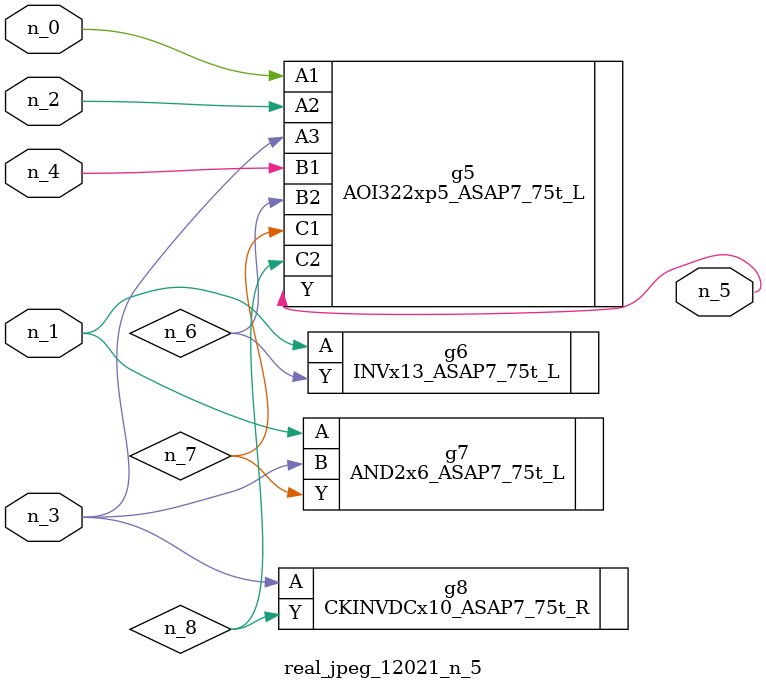
<source format=v>
module real_jpeg_12021_n_5 (n_4, n_0, n_1, n_2, n_3, n_5);

input n_4;
input n_0;
input n_1;
input n_2;
input n_3;

output n_5;

wire n_8;
wire n_6;
wire n_7;

AOI322xp5_ASAP7_75t_L g5 ( 
.A1(n_0),
.A2(n_2),
.A3(n_3),
.B1(n_4),
.B2(n_6),
.C1(n_7),
.C2(n_8),
.Y(n_5)
);

INVx13_ASAP7_75t_L g6 ( 
.A(n_1),
.Y(n_6)
);

AND2x6_ASAP7_75t_L g7 ( 
.A(n_1),
.B(n_3),
.Y(n_7)
);

CKINVDCx10_ASAP7_75t_R g8 ( 
.A(n_3),
.Y(n_8)
);


endmodule
</source>
